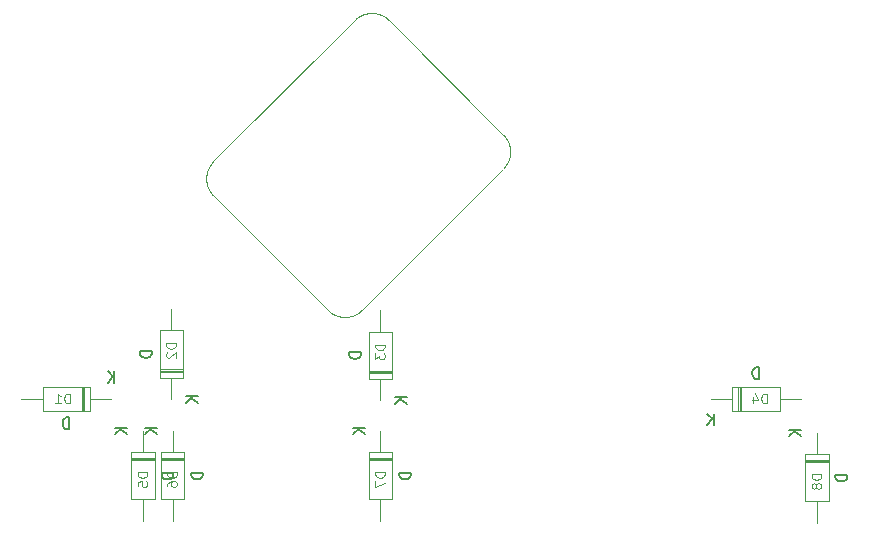
<source format=gbr>
G04 #@! TF.GenerationSoftware,KiCad,Pcbnew,8.0.5*
G04 #@! TF.CreationDate,2024-10-21T21:06:57-07:00*
G04 #@! TF.ProjectId,hackpad,6861636b-7061-4642-9e6b-696361645f70,rev?*
G04 #@! TF.SameCoordinates,Original*
G04 #@! TF.FileFunction,AssemblyDrawing,Bot*
%FSLAX46Y46*%
G04 Gerber Fmt 4.6, Leading zero omitted, Abs format (unit mm)*
G04 Created by KiCad (PCBNEW 8.0.5) date 2024-10-21 21:06:57*
%MOMM*%
%LPD*%
G01*
G04 APERTURE LIST*
%ADD10C,0.150000*%
%ADD11C,0.120000*%
%ADD12C,0.100000*%
%ADD13C,0.025400*%
G04 APERTURE END LIST*
D10*
X232524819Y-146428096D02*
X231524819Y-146428096D01*
X231524819Y-146428096D02*
X231524819Y-146666191D01*
X231524819Y-146666191D02*
X231572438Y-146809048D01*
X231572438Y-146809048D02*
X231667676Y-146904286D01*
X231667676Y-146904286D02*
X231762914Y-146951905D01*
X231762914Y-146951905D02*
X231953390Y-146999524D01*
X231953390Y-146999524D02*
X232096247Y-146999524D01*
X232096247Y-146999524D02*
X232286723Y-146951905D01*
X232286723Y-146951905D02*
X232381961Y-146904286D01*
X232381961Y-146904286D02*
X232477200Y-146809048D01*
X232477200Y-146809048D02*
X232524819Y-146666191D01*
X232524819Y-146666191D02*
X232524819Y-146428096D01*
X228604819Y-142618096D02*
X227604819Y-142618096D01*
X228604819Y-143189524D02*
X228033390Y-142760953D01*
X227604819Y-143189524D02*
X228176247Y-142618096D01*
D11*
X230313855Y-146399525D02*
X229513855Y-146399525D01*
X229513855Y-146399525D02*
X229513855Y-146590001D01*
X229513855Y-146590001D02*
X229551950Y-146704287D01*
X229551950Y-146704287D02*
X229628140Y-146780477D01*
X229628140Y-146780477D02*
X229704331Y-146818572D01*
X229704331Y-146818572D02*
X229856712Y-146856668D01*
X229856712Y-146856668D02*
X229970998Y-146856668D01*
X229970998Y-146856668D02*
X230123379Y-146818572D01*
X230123379Y-146818572D02*
X230199569Y-146780477D01*
X230199569Y-146780477D02*
X230275760Y-146704287D01*
X230275760Y-146704287D02*
X230313855Y-146590001D01*
X230313855Y-146590001D02*
X230313855Y-146399525D01*
X229513855Y-147123334D02*
X229513855Y-147656668D01*
X229513855Y-147656668D02*
X230313855Y-147313810D01*
D10*
X228284819Y-136228095D02*
X227284819Y-136228095D01*
X227284819Y-136228095D02*
X227284819Y-136466190D01*
X227284819Y-136466190D02*
X227332438Y-136609047D01*
X227332438Y-136609047D02*
X227427676Y-136704285D01*
X227427676Y-136704285D02*
X227522914Y-136751904D01*
X227522914Y-136751904D02*
X227713390Y-136799523D01*
X227713390Y-136799523D02*
X227856247Y-136799523D01*
X227856247Y-136799523D02*
X228046723Y-136751904D01*
X228046723Y-136751904D02*
X228141961Y-136704285D01*
X228141961Y-136704285D02*
X228237200Y-136609047D01*
X228237200Y-136609047D02*
X228284819Y-136466190D01*
X228284819Y-136466190D02*
X228284819Y-136228095D01*
D11*
X230313855Y-135599524D02*
X229513855Y-135599524D01*
X229513855Y-135599524D02*
X229513855Y-135790000D01*
X229513855Y-135790000D02*
X229551950Y-135904286D01*
X229551950Y-135904286D02*
X229628140Y-135980476D01*
X229628140Y-135980476D02*
X229704331Y-136018571D01*
X229704331Y-136018571D02*
X229856712Y-136056667D01*
X229856712Y-136056667D02*
X229970998Y-136056667D01*
X229970998Y-136056667D02*
X230123379Y-136018571D01*
X230123379Y-136018571D02*
X230199569Y-135980476D01*
X230199569Y-135980476D02*
X230275760Y-135904286D01*
X230275760Y-135904286D02*
X230313855Y-135790000D01*
X230313855Y-135790000D02*
X230313855Y-135599524D01*
X229513855Y-136323333D02*
X229513855Y-136818571D01*
X229513855Y-136818571D02*
X229818617Y-136551905D01*
X229818617Y-136551905D02*
X229818617Y-136666190D01*
X229818617Y-136666190D02*
X229856712Y-136742381D01*
X229856712Y-136742381D02*
X229894807Y-136780476D01*
X229894807Y-136780476D02*
X229970998Y-136818571D01*
X229970998Y-136818571D02*
X230161474Y-136818571D01*
X230161474Y-136818571D02*
X230237664Y-136780476D01*
X230237664Y-136780476D02*
X230275760Y-136742381D01*
X230275760Y-136742381D02*
X230313855Y-136666190D01*
X230313855Y-136666190D02*
X230313855Y-136437619D01*
X230313855Y-136437619D02*
X230275760Y-136361428D01*
X230275760Y-136361428D02*
X230237664Y-136323333D01*
D10*
X232204819Y-140038095D02*
X231204819Y-140038095D01*
X232204819Y-140609523D02*
X231633390Y-140180952D01*
X231204819Y-140609523D02*
X231776247Y-140038095D01*
X269474819Y-146598095D02*
X268474819Y-146598095D01*
X268474819Y-146598095D02*
X268474819Y-146836190D01*
X268474819Y-146836190D02*
X268522438Y-146979047D01*
X268522438Y-146979047D02*
X268617676Y-147074285D01*
X268617676Y-147074285D02*
X268712914Y-147121904D01*
X268712914Y-147121904D02*
X268903390Y-147169523D01*
X268903390Y-147169523D02*
X269046247Y-147169523D01*
X269046247Y-147169523D02*
X269236723Y-147121904D01*
X269236723Y-147121904D02*
X269331961Y-147074285D01*
X269331961Y-147074285D02*
X269427200Y-146979047D01*
X269427200Y-146979047D02*
X269474819Y-146836190D01*
X269474819Y-146836190D02*
X269474819Y-146598095D01*
D11*
X267263855Y-146569524D02*
X266463855Y-146569524D01*
X266463855Y-146569524D02*
X266463855Y-146760000D01*
X266463855Y-146760000D02*
X266501950Y-146874286D01*
X266501950Y-146874286D02*
X266578140Y-146950476D01*
X266578140Y-146950476D02*
X266654331Y-146988571D01*
X266654331Y-146988571D02*
X266806712Y-147026667D01*
X266806712Y-147026667D02*
X266920998Y-147026667D01*
X266920998Y-147026667D02*
X267073379Y-146988571D01*
X267073379Y-146988571D02*
X267149569Y-146950476D01*
X267149569Y-146950476D02*
X267225760Y-146874286D01*
X267225760Y-146874286D02*
X267263855Y-146760000D01*
X267263855Y-146760000D02*
X267263855Y-146569524D01*
X266806712Y-147483809D02*
X266768617Y-147407619D01*
X266768617Y-147407619D02*
X266730521Y-147369524D01*
X266730521Y-147369524D02*
X266654331Y-147331428D01*
X266654331Y-147331428D02*
X266616236Y-147331428D01*
X266616236Y-147331428D02*
X266540045Y-147369524D01*
X266540045Y-147369524D02*
X266501950Y-147407619D01*
X266501950Y-147407619D02*
X266463855Y-147483809D01*
X266463855Y-147483809D02*
X266463855Y-147636190D01*
X266463855Y-147636190D02*
X266501950Y-147712381D01*
X266501950Y-147712381D02*
X266540045Y-147750476D01*
X266540045Y-147750476D02*
X266616236Y-147788571D01*
X266616236Y-147788571D02*
X266654331Y-147788571D01*
X266654331Y-147788571D02*
X266730521Y-147750476D01*
X266730521Y-147750476D02*
X266768617Y-147712381D01*
X266768617Y-147712381D02*
X266806712Y-147636190D01*
X266806712Y-147636190D02*
X266806712Y-147483809D01*
X266806712Y-147483809D02*
X266844807Y-147407619D01*
X266844807Y-147407619D02*
X266882902Y-147369524D01*
X266882902Y-147369524D02*
X266959093Y-147331428D01*
X266959093Y-147331428D02*
X267111474Y-147331428D01*
X267111474Y-147331428D02*
X267187664Y-147369524D01*
X267187664Y-147369524D02*
X267225760Y-147407619D01*
X267225760Y-147407619D02*
X267263855Y-147483809D01*
X267263855Y-147483809D02*
X267263855Y-147636190D01*
X267263855Y-147636190D02*
X267225760Y-147712381D01*
X267225760Y-147712381D02*
X267187664Y-147750476D01*
X267187664Y-147750476D02*
X267111474Y-147788571D01*
X267111474Y-147788571D02*
X266959093Y-147788571D01*
X266959093Y-147788571D02*
X266882902Y-147750476D01*
X266882902Y-147750476D02*
X266844807Y-147712381D01*
X266844807Y-147712381D02*
X266806712Y-147636190D01*
D10*
X265554819Y-142788095D02*
X264554819Y-142788095D01*
X265554819Y-143359523D02*
X264983390Y-142930952D01*
X264554819Y-143359523D02*
X265126247Y-142788095D01*
X203611904Y-142764819D02*
X203611904Y-141764819D01*
X203611904Y-141764819D02*
X203373809Y-141764819D01*
X203373809Y-141764819D02*
X203230952Y-141812438D01*
X203230952Y-141812438D02*
X203135714Y-141907676D01*
X203135714Y-141907676D02*
X203088095Y-142002914D01*
X203088095Y-142002914D02*
X203040476Y-142193390D01*
X203040476Y-142193390D02*
X203040476Y-142336247D01*
X203040476Y-142336247D02*
X203088095Y-142526723D01*
X203088095Y-142526723D02*
X203135714Y-142621961D01*
X203135714Y-142621961D02*
X203230952Y-142717200D01*
X203230952Y-142717200D02*
X203373809Y-142764819D01*
X203373809Y-142764819D02*
X203611904Y-142764819D01*
X207421904Y-138844819D02*
X207421904Y-137844819D01*
X206850476Y-138844819D02*
X207279047Y-138273390D01*
X206850476Y-137844819D02*
X207421904Y-138416247D01*
D11*
X203640475Y-140553855D02*
X203640475Y-139753855D01*
X203640475Y-139753855D02*
X203449999Y-139753855D01*
X203449999Y-139753855D02*
X203335713Y-139791950D01*
X203335713Y-139791950D02*
X203259523Y-139868140D01*
X203259523Y-139868140D02*
X203221428Y-139944331D01*
X203221428Y-139944331D02*
X203183332Y-140096712D01*
X203183332Y-140096712D02*
X203183332Y-140210998D01*
X203183332Y-140210998D02*
X203221428Y-140363379D01*
X203221428Y-140363379D02*
X203259523Y-140439569D01*
X203259523Y-140439569D02*
X203335713Y-140515760D01*
X203335713Y-140515760D02*
X203449999Y-140553855D01*
X203449999Y-140553855D02*
X203640475Y-140553855D01*
X202421428Y-140553855D02*
X202878571Y-140553855D01*
X202649999Y-140553855D02*
X202649999Y-139753855D01*
X202649999Y-139753855D02*
X202726190Y-139868140D01*
X202726190Y-139868140D02*
X202802380Y-139944331D01*
X202802380Y-139944331D02*
X202878571Y-139982426D01*
D10*
X212424819Y-146428096D02*
X211424819Y-146428096D01*
X211424819Y-146428096D02*
X211424819Y-146666191D01*
X211424819Y-146666191D02*
X211472438Y-146809048D01*
X211472438Y-146809048D02*
X211567676Y-146904286D01*
X211567676Y-146904286D02*
X211662914Y-146951905D01*
X211662914Y-146951905D02*
X211853390Y-146999524D01*
X211853390Y-146999524D02*
X211996247Y-146999524D01*
X211996247Y-146999524D02*
X212186723Y-146951905D01*
X212186723Y-146951905D02*
X212281961Y-146904286D01*
X212281961Y-146904286D02*
X212377200Y-146809048D01*
X212377200Y-146809048D02*
X212424819Y-146666191D01*
X212424819Y-146666191D02*
X212424819Y-146428096D01*
D11*
X210213855Y-146399525D02*
X209413855Y-146399525D01*
X209413855Y-146399525D02*
X209413855Y-146590001D01*
X209413855Y-146590001D02*
X209451950Y-146704287D01*
X209451950Y-146704287D02*
X209528140Y-146780477D01*
X209528140Y-146780477D02*
X209604331Y-146818572D01*
X209604331Y-146818572D02*
X209756712Y-146856668D01*
X209756712Y-146856668D02*
X209870998Y-146856668D01*
X209870998Y-146856668D02*
X210023379Y-146818572D01*
X210023379Y-146818572D02*
X210099569Y-146780477D01*
X210099569Y-146780477D02*
X210175760Y-146704287D01*
X210175760Y-146704287D02*
X210213855Y-146590001D01*
X210213855Y-146590001D02*
X210213855Y-146399525D01*
X209413855Y-147580477D02*
X209413855Y-147199525D01*
X209413855Y-147199525D02*
X209794807Y-147161429D01*
X209794807Y-147161429D02*
X209756712Y-147199525D01*
X209756712Y-147199525D02*
X209718617Y-147275715D01*
X209718617Y-147275715D02*
X209718617Y-147466191D01*
X209718617Y-147466191D02*
X209756712Y-147542382D01*
X209756712Y-147542382D02*
X209794807Y-147580477D01*
X209794807Y-147580477D02*
X209870998Y-147618572D01*
X209870998Y-147618572D02*
X210061474Y-147618572D01*
X210061474Y-147618572D02*
X210137664Y-147580477D01*
X210137664Y-147580477D02*
X210175760Y-147542382D01*
X210175760Y-147542382D02*
X210213855Y-147466191D01*
X210213855Y-147466191D02*
X210213855Y-147275715D01*
X210213855Y-147275715D02*
X210175760Y-147199525D01*
X210175760Y-147199525D02*
X210137664Y-147161429D01*
D10*
X208504819Y-142618096D02*
X207504819Y-142618096D01*
X208504819Y-143189524D02*
X207933390Y-142760953D01*
X207504819Y-143189524D02*
X208076247Y-142618096D01*
X262011904Y-138524819D02*
X262011904Y-137524819D01*
X262011904Y-137524819D02*
X261773809Y-137524819D01*
X261773809Y-137524819D02*
X261630952Y-137572438D01*
X261630952Y-137572438D02*
X261535714Y-137667676D01*
X261535714Y-137667676D02*
X261488095Y-137762914D01*
X261488095Y-137762914D02*
X261440476Y-137953390D01*
X261440476Y-137953390D02*
X261440476Y-138096247D01*
X261440476Y-138096247D02*
X261488095Y-138286723D01*
X261488095Y-138286723D02*
X261535714Y-138381961D01*
X261535714Y-138381961D02*
X261630952Y-138477200D01*
X261630952Y-138477200D02*
X261773809Y-138524819D01*
X261773809Y-138524819D02*
X262011904Y-138524819D01*
D11*
X262640475Y-140553855D02*
X262640475Y-139753855D01*
X262640475Y-139753855D02*
X262449999Y-139753855D01*
X262449999Y-139753855D02*
X262335713Y-139791950D01*
X262335713Y-139791950D02*
X262259523Y-139868140D01*
X262259523Y-139868140D02*
X262221428Y-139944331D01*
X262221428Y-139944331D02*
X262183332Y-140096712D01*
X262183332Y-140096712D02*
X262183332Y-140210998D01*
X262183332Y-140210998D02*
X262221428Y-140363379D01*
X262221428Y-140363379D02*
X262259523Y-140439569D01*
X262259523Y-140439569D02*
X262335713Y-140515760D01*
X262335713Y-140515760D02*
X262449999Y-140553855D01*
X262449999Y-140553855D02*
X262640475Y-140553855D01*
X261497618Y-140020521D02*
X261497618Y-140553855D01*
X261688094Y-139715760D02*
X261878571Y-140287188D01*
X261878571Y-140287188D02*
X261383332Y-140287188D01*
D10*
X258201904Y-142444819D02*
X258201904Y-141444819D01*
X257630476Y-142444819D02*
X258059047Y-141873390D01*
X257630476Y-141444819D02*
X258201904Y-142016247D01*
X214924819Y-146438095D02*
X213924819Y-146438095D01*
X213924819Y-146438095D02*
X213924819Y-146676190D01*
X213924819Y-146676190D02*
X213972438Y-146819047D01*
X213972438Y-146819047D02*
X214067676Y-146914285D01*
X214067676Y-146914285D02*
X214162914Y-146961904D01*
X214162914Y-146961904D02*
X214353390Y-147009523D01*
X214353390Y-147009523D02*
X214496247Y-147009523D01*
X214496247Y-147009523D02*
X214686723Y-146961904D01*
X214686723Y-146961904D02*
X214781961Y-146914285D01*
X214781961Y-146914285D02*
X214877200Y-146819047D01*
X214877200Y-146819047D02*
X214924819Y-146676190D01*
X214924819Y-146676190D02*
X214924819Y-146438095D01*
D11*
X212713855Y-146409524D02*
X211913855Y-146409524D01*
X211913855Y-146409524D02*
X211913855Y-146600000D01*
X211913855Y-146600000D02*
X211951950Y-146714286D01*
X211951950Y-146714286D02*
X212028140Y-146790476D01*
X212028140Y-146790476D02*
X212104331Y-146828571D01*
X212104331Y-146828571D02*
X212256712Y-146866667D01*
X212256712Y-146866667D02*
X212370998Y-146866667D01*
X212370998Y-146866667D02*
X212523379Y-146828571D01*
X212523379Y-146828571D02*
X212599569Y-146790476D01*
X212599569Y-146790476D02*
X212675760Y-146714286D01*
X212675760Y-146714286D02*
X212713855Y-146600000D01*
X212713855Y-146600000D02*
X212713855Y-146409524D01*
X211913855Y-147552381D02*
X211913855Y-147400000D01*
X211913855Y-147400000D02*
X211951950Y-147323809D01*
X211951950Y-147323809D02*
X211990045Y-147285714D01*
X211990045Y-147285714D02*
X212104331Y-147209524D01*
X212104331Y-147209524D02*
X212256712Y-147171428D01*
X212256712Y-147171428D02*
X212561474Y-147171428D01*
X212561474Y-147171428D02*
X212637664Y-147209524D01*
X212637664Y-147209524D02*
X212675760Y-147247619D01*
X212675760Y-147247619D02*
X212713855Y-147323809D01*
X212713855Y-147323809D02*
X212713855Y-147476190D01*
X212713855Y-147476190D02*
X212675760Y-147552381D01*
X212675760Y-147552381D02*
X212637664Y-147590476D01*
X212637664Y-147590476D02*
X212561474Y-147628571D01*
X212561474Y-147628571D02*
X212370998Y-147628571D01*
X212370998Y-147628571D02*
X212294807Y-147590476D01*
X212294807Y-147590476D02*
X212256712Y-147552381D01*
X212256712Y-147552381D02*
X212218617Y-147476190D01*
X212218617Y-147476190D02*
X212218617Y-147323809D01*
X212218617Y-147323809D02*
X212256712Y-147247619D01*
X212256712Y-147247619D02*
X212294807Y-147209524D01*
X212294807Y-147209524D02*
X212370998Y-147171428D01*
D10*
X211004819Y-142628095D02*
X210004819Y-142628095D01*
X211004819Y-143199523D02*
X210433390Y-142770952D01*
X210004819Y-143199523D02*
X210576247Y-142628095D01*
X210584819Y-136128095D02*
X209584819Y-136128095D01*
X209584819Y-136128095D02*
X209584819Y-136366190D01*
X209584819Y-136366190D02*
X209632438Y-136509047D01*
X209632438Y-136509047D02*
X209727676Y-136604285D01*
X209727676Y-136604285D02*
X209822914Y-136651904D01*
X209822914Y-136651904D02*
X210013390Y-136699523D01*
X210013390Y-136699523D02*
X210156247Y-136699523D01*
X210156247Y-136699523D02*
X210346723Y-136651904D01*
X210346723Y-136651904D02*
X210441961Y-136604285D01*
X210441961Y-136604285D02*
X210537200Y-136509047D01*
X210537200Y-136509047D02*
X210584819Y-136366190D01*
X210584819Y-136366190D02*
X210584819Y-136128095D01*
X214504819Y-139938095D02*
X213504819Y-139938095D01*
X214504819Y-140509523D02*
X213933390Y-140080952D01*
X213504819Y-140509523D02*
X214076247Y-139938095D01*
D11*
X212613855Y-135499524D02*
X211813855Y-135499524D01*
X211813855Y-135499524D02*
X211813855Y-135690000D01*
X211813855Y-135690000D02*
X211851950Y-135804286D01*
X211851950Y-135804286D02*
X211928140Y-135880476D01*
X211928140Y-135880476D02*
X212004331Y-135918571D01*
X212004331Y-135918571D02*
X212156712Y-135956667D01*
X212156712Y-135956667D02*
X212270998Y-135956667D01*
X212270998Y-135956667D02*
X212423379Y-135918571D01*
X212423379Y-135918571D02*
X212499569Y-135880476D01*
X212499569Y-135880476D02*
X212575760Y-135804286D01*
X212575760Y-135804286D02*
X212613855Y-135690000D01*
X212613855Y-135690000D02*
X212613855Y-135499524D01*
X211890045Y-136261428D02*
X211851950Y-136299524D01*
X211851950Y-136299524D02*
X211813855Y-136375714D01*
X211813855Y-136375714D02*
X211813855Y-136566190D01*
X211813855Y-136566190D02*
X211851950Y-136642381D01*
X211851950Y-136642381D02*
X211890045Y-136680476D01*
X211890045Y-136680476D02*
X211966236Y-136718571D01*
X211966236Y-136718571D02*
X212042426Y-136718571D01*
X212042426Y-136718571D02*
X212156712Y-136680476D01*
X212156712Y-136680476D02*
X212613855Y-136223333D01*
X212613855Y-136223333D02*
X212613855Y-136718571D01*
D12*
G04 #@! TO.C,D7*
X228950000Y-144690001D02*
X228950000Y-148690001D01*
X228950000Y-148690001D02*
X230950000Y-148690001D01*
X229950000Y-144690001D02*
X229950000Y-142880001D01*
X229950000Y-148690001D02*
X229950000Y-150500001D01*
X230950000Y-144690001D02*
X228950000Y-144690001D01*
X230950000Y-145190001D02*
X228950000Y-145190001D01*
X230950000Y-145290001D02*
X228950000Y-145290001D01*
X230950000Y-145390001D02*
X228950000Y-145390001D01*
X230950000Y-148690001D02*
X230950000Y-144690001D01*
G04 #@! TO.C,D3*
X228950000Y-134490000D02*
X228950000Y-138490000D01*
X228950000Y-137790000D02*
X230950000Y-137790000D01*
X228950000Y-137890000D02*
X230950000Y-137890000D01*
X228950000Y-137990000D02*
X230950000Y-137990000D01*
X228950000Y-138490000D02*
X230950000Y-138490000D01*
X229950000Y-134490000D02*
X229950000Y-132680000D01*
X229950000Y-138490000D02*
X229950000Y-140300000D01*
X230950000Y-134490000D02*
X228950000Y-134490000D01*
X230950000Y-138490000D02*
X230950000Y-134490000D01*
G04 #@! TO.C,D8*
X265900000Y-144860000D02*
X265900000Y-148860000D01*
X265900000Y-148860000D02*
X267900000Y-148860000D01*
X266900000Y-144860000D02*
X266900000Y-143050000D01*
X266900000Y-148860000D02*
X266900000Y-150670000D01*
X267900000Y-144860000D02*
X265900000Y-144860000D01*
X267900000Y-145360000D02*
X265900000Y-145360000D01*
X267900000Y-145460000D02*
X265900000Y-145460000D01*
X267900000Y-145560000D02*
X265900000Y-145560000D01*
X267900000Y-148860000D02*
X267900000Y-144860000D01*
D13*
G04 #@! TO.C,U1*
X215197947Y-121552731D02*
X215199205Y-121601762D01*
X215197948Y-121503519D02*
X215197947Y-121552731D01*
X215199205Y-121454486D02*
X215197948Y-121503519D01*
X215199205Y-121601762D02*
X215201540Y-121650795D01*
X215201539Y-121405454D02*
X215199205Y-121454486D01*
X215201540Y-121650795D02*
X215204952Y-121699828D01*
X215204952Y-121356423D02*
X215201539Y-121405454D01*
X215204952Y-121699828D02*
X215209981Y-121748680D01*
X215209981Y-121307570D02*
X215204952Y-121356423D01*
X215209981Y-121748680D02*
X215215729Y-121797533D01*
X215215729Y-121258718D02*
X215209981Y-121307570D01*
X215215729Y-121797533D02*
X215222913Y-121846025D01*
X215222913Y-121210223D02*
X215215729Y-121258718D01*
X215222913Y-121846025D02*
X215230996Y-121894340D01*
X215230994Y-121161910D02*
X215222913Y-121210223D01*
X215230996Y-121894340D02*
X215240514Y-121942653D01*
X215240514Y-121113595D02*
X215230994Y-121161910D01*
X215240514Y-121942653D02*
X215251112Y-121990608D01*
X215251110Y-121065641D02*
X215240514Y-121113595D01*
X215251112Y-121990608D02*
X215262785Y-122038203D01*
X215262785Y-121018045D02*
X215251110Y-121065641D01*
X215262785Y-122038203D02*
X215275717Y-122085618D01*
X215275717Y-120970630D02*
X215262785Y-121018045D01*
X215275717Y-122085618D02*
X215289726Y-122132675D01*
X215289726Y-120923573D02*
X215275717Y-120970630D01*
X215289726Y-122132675D02*
X215304992Y-122179193D01*
X215304992Y-122179193D02*
X215321336Y-122225712D01*
X215304993Y-120877056D02*
X215289726Y-120923573D01*
X215321336Y-120830539D02*
X215304993Y-120877056D01*
X215321336Y-122225712D02*
X215338759Y-122271510D01*
X215338757Y-120784739D02*
X215321336Y-120830539D01*
X215338759Y-122271510D02*
X215357257Y-122316951D01*
X215357257Y-120739300D02*
X215338757Y-120784739D01*
X215357257Y-122316951D02*
X215376835Y-122362031D01*
X215376834Y-120694218D02*
X215357257Y-120739300D01*
X215376835Y-122362031D02*
X215397669Y-122406573D01*
X215397668Y-120649676D02*
X215376834Y-120694218D01*
X215397669Y-122406573D02*
X215419401Y-122450576D01*
X215419401Y-120605672D02*
X215397668Y-120649676D01*
X215419401Y-122450576D02*
X215442031Y-122494040D01*
X215442031Y-120562208D02*
X215419401Y-120605672D01*
X215442031Y-122494040D02*
X215465918Y-122536967D01*
X215465918Y-122536967D02*
X215490705Y-122579353D01*
X215465919Y-120519283D02*
X215442031Y-120562208D01*
X215490703Y-120476896D02*
X215465919Y-120519283D01*
X215490705Y-122579353D02*
X215516747Y-122621201D01*
X215516747Y-120435047D02*
X215490703Y-120476896D01*
X215516747Y-122621201D02*
X215543688Y-122662152D01*
X215543688Y-120394099D02*
X215516747Y-120435047D01*
X215543688Y-122662152D02*
X215571527Y-122702563D01*
X215571526Y-120353687D02*
X215543688Y-120394099D01*
X215571527Y-122702563D02*
X215600443Y-122742255D01*
X215600443Y-120313993D02*
X215571526Y-120353687D01*
X215600443Y-122742255D02*
X215630257Y-122781409D01*
X215630257Y-120274839D02*
X215600443Y-120313993D01*
X215630257Y-122781409D02*
X215660969Y-122819665D01*
X215660969Y-122819665D02*
X215692760Y-122857203D01*
X215660970Y-120236584D02*
X215630257Y-120274839D01*
X215692760Y-120199047D02*
X215660970Y-120236584D01*
X215692760Y-122857203D02*
X215725089Y-122893843D01*
X215725089Y-120162408D02*
X215692760Y-120199047D01*
X215725089Y-122893843D02*
X215758676Y-122929943D01*
X215758674Y-120126307D02*
X215725089Y-120162408D01*
X215758676Y-122929943D02*
X215792979Y-122964965D01*
X215792979Y-120091283D02*
X215758674Y-120126307D01*
X215792979Y-122964965D02*
X225491656Y-132663642D01*
X225491656Y-132663642D02*
X225526680Y-132697947D01*
X225526680Y-132697947D02*
X225562780Y-132731534D01*
X225562780Y-132731534D02*
X225599419Y-132763863D01*
X225599419Y-132763863D02*
X225636956Y-132795652D01*
X225636956Y-132795652D02*
X225675212Y-132826364D01*
X225675212Y-132826364D02*
X225714366Y-132856178D01*
X225714366Y-132856178D02*
X225754060Y-132885095D01*
X225754060Y-132885095D02*
X225794470Y-132912935D01*
X225794470Y-132912935D02*
X225835420Y-132939874D01*
X225835420Y-132939874D02*
X225877269Y-132965918D01*
X225877269Y-132965918D02*
X225919654Y-132990703D01*
X225919654Y-132990703D02*
X225962581Y-133014590D01*
X225962581Y-133014590D02*
X226006045Y-133037220D01*
X226006045Y-133037220D02*
X226050049Y-133058953D01*
X226050049Y-133058953D02*
X226094591Y-133079787D01*
X226094591Y-133079787D02*
X226139671Y-133099365D01*
X226139671Y-133099365D02*
X226185112Y-133117864D01*
X226185112Y-133117864D02*
X226230911Y-133135286D01*
X226230911Y-133135286D02*
X226277428Y-133151629D01*
X226277428Y-133151629D02*
X226323946Y-133166895D01*
X226323946Y-133166895D02*
X226371003Y-133180904D01*
X226371003Y-133180904D02*
X226418418Y-133193836D01*
X226418418Y-133193836D02*
X226466015Y-133205511D01*
X226466015Y-133205511D02*
X226513968Y-133216107D01*
X226513968Y-133216107D02*
X226562283Y-133225627D01*
X226562283Y-133225627D02*
X226610596Y-133233708D01*
X226610596Y-133233708D02*
X226659089Y-133240894D01*
X226659089Y-133240894D02*
X226707942Y-133246641D01*
X226707942Y-133246641D02*
X226756795Y-133251670D01*
X226756795Y-133251670D02*
X226805827Y-133255082D01*
X226805827Y-133255082D02*
X226854859Y-133257416D01*
X226854859Y-133257416D02*
X226903890Y-133258674D01*
X226903890Y-133258674D02*
X226953104Y-133258674D01*
X226953104Y-133258674D02*
X227002135Y-133257416D01*
X227002135Y-133257416D02*
X227051167Y-133255082D01*
X227051167Y-133255082D02*
X227100200Y-133251670D01*
X227100200Y-133251670D02*
X227149052Y-133246641D01*
X227149052Y-133246641D02*
X227197905Y-133240894D01*
X227197905Y-133240894D02*
X227246398Y-133233708D01*
X227246398Y-133233708D02*
X227294711Y-133225627D01*
X227294711Y-133225627D02*
X227343026Y-133216107D01*
X227343026Y-133216107D02*
X227390980Y-133205511D01*
X227390980Y-133205511D02*
X227438576Y-133193836D01*
X227438576Y-133193836D02*
X227485991Y-133180904D01*
X227485991Y-133180904D02*
X227533048Y-133166895D01*
X227533048Y-133166895D02*
X227579566Y-133151629D01*
X227579566Y-133151629D02*
X227626083Y-133135286D01*
X227626083Y-133135286D02*
X227671882Y-133117864D01*
X227671882Y-133117864D02*
X227717323Y-133099365D01*
X227717323Y-133099365D02*
X227762403Y-133079787D01*
X227761438Y-108108682D02*
X215785908Y-120084212D01*
X227762403Y-133079787D02*
X227806945Y-133058953D01*
X227803533Y-108081448D02*
X227768509Y-108115753D01*
X227806945Y-133058953D02*
X227850949Y-133037220D01*
X227839635Y-108047862D02*
X227803533Y-108081448D01*
X227850949Y-133037220D02*
X227894413Y-133014590D01*
X227876274Y-108015533D02*
X227839635Y-108047862D01*
X227894413Y-133014590D02*
X227937340Y-132990703D01*
X227913811Y-107983744D02*
X227876274Y-108015533D01*
X227937340Y-132990703D02*
X227979725Y-132965918D01*
X227952066Y-107953031D02*
X227913811Y-107983744D01*
X227979725Y-132965918D02*
X228021574Y-132939874D01*
X227991220Y-107923216D02*
X227952066Y-107953031D01*
X228021574Y-132939874D02*
X228062524Y-132912935D01*
X228030913Y-107894299D02*
X227991220Y-107923216D01*
X228062524Y-132912935D02*
X228102934Y-132885095D01*
X228071325Y-107866461D02*
X228030913Y-107894299D01*
X228102934Y-132885095D02*
X228142628Y-132856178D01*
X228112274Y-107839520D02*
X228071325Y-107866461D01*
X228142628Y-132856178D02*
X228181782Y-132826364D01*
X228154122Y-107813477D02*
X228112274Y-107839520D01*
X228181782Y-132826364D02*
X228220038Y-132795652D01*
X228196509Y-107788693D02*
X228154122Y-107813477D01*
X228220038Y-132795652D02*
X228257575Y-132763863D01*
X228239434Y-107764805D02*
X228196509Y-107788693D01*
X228257575Y-132763863D02*
X228294214Y-132731534D01*
X228282899Y-107742174D02*
X228239434Y-107764805D01*
X228294214Y-132731534D02*
X228330314Y-132697947D01*
X228326903Y-107720441D02*
X228282899Y-107742174D01*
X228330314Y-132697947D02*
X228365338Y-132663642D01*
X228371445Y-107699607D02*
X228326903Y-107720441D01*
X228372409Y-132670713D02*
X240347939Y-120695183D01*
X228416526Y-107680031D02*
X228371445Y-107699607D01*
X228461966Y-107661531D02*
X228416526Y-107680031D01*
X228507766Y-107644110D02*
X228461966Y-107661531D01*
X228554283Y-107627767D02*
X228507766Y-107644110D01*
X228600800Y-107612499D02*
X228554283Y-107627767D01*
X228647856Y-107598490D02*
X228600800Y-107612499D01*
X228695272Y-107585559D02*
X228647856Y-107598490D01*
X228742868Y-107573884D02*
X228695272Y-107585559D01*
X228790822Y-107563288D02*
X228742868Y-107573884D01*
X228839136Y-107553768D02*
X228790822Y-107563288D01*
X228887449Y-107545686D02*
X228839136Y-107553768D01*
X228935944Y-107538502D02*
X228887449Y-107545686D01*
X228984797Y-107532755D02*
X228935944Y-107538502D01*
X229033649Y-107527726D02*
X228984797Y-107532755D01*
X229082681Y-107524313D02*
X229033649Y-107527726D01*
X229131712Y-107521978D02*
X229082681Y-107524313D01*
X229180745Y-107520722D02*
X229131712Y-107521978D01*
X229229957Y-107520720D02*
X229180745Y-107520722D01*
X229278989Y-107521978D02*
X229229957Y-107520720D01*
X229328021Y-107524314D02*
X229278989Y-107521978D01*
X229377054Y-107527726D02*
X229328021Y-107524314D01*
X229425907Y-107532755D02*
X229377054Y-107527726D01*
X229474760Y-107538502D02*
X229425907Y-107532755D01*
X229523252Y-107545686D02*
X229474760Y-107538502D01*
X229571566Y-107553769D02*
X229523252Y-107545686D01*
X229619879Y-107563288D02*
X229571566Y-107553769D01*
X229667834Y-107573885D02*
X229619879Y-107563288D01*
X229715429Y-107585559D02*
X229667834Y-107573885D01*
X229762845Y-107598490D02*
X229715429Y-107585559D01*
X229809901Y-107612499D02*
X229762845Y-107598490D01*
X229856420Y-107627765D02*
X229809901Y-107612499D01*
X229902938Y-107644110D02*
X229856420Y-107627765D01*
X229948737Y-107661532D02*
X229902938Y-107644110D01*
X229994178Y-107680031D02*
X229948737Y-107661532D01*
X230039258Y-107699609D02*
X229994178Y-107680031D01*
X230083800Y-107720443D02*
X230039258Y-107699609D01*
X230127802Y-107742174D02*
X230083800Y-107720443D01*
X230171267Y-107764805D02*
X230127802Y-107742174D01*
X230214193Y-107788691D02*
X230171267Y-107764805D01*
X230256580Y-107813478D02*
X230214193Y-107788691D01*
X230298427Y-107839520D02*
X230256580Y-107813478D01*
X230339379Y-107866461D02*
X230298427Y-107839520D01*
X230379789Y-107894301D02*
X230339379Y-107866461D01*
X230419481Y-107923216D02*
X230379789Y-107894301D01*
X230458635Y-107953031D02*
X230419481Y-107923216D01*
X230496892Y-107983742D02*
X230458635Y-107953031D01*
X230534430Y-108015533D02*
X230496892Y-107983742D01*
X230571069Y-108047862D02*
X230534430Y-108015533D01*
X230607169Y-108081449D02*
X230571069Y-108047862D01*
X230642191Y-108115753D02*
X230607169Y-108081449D01*
X240340868Y-117814430D02*
X230642191Y-108115753D01*
X240375173Y-117849453D02*
X240340868Y-117814430D01*
X240375173Y-120653088D02*
X240408760Y-120616988D01*
X240408760Y-117885553D02*
X240375173Y-117849453D01*
X240408760Y-120616988D02*
X240441089Y-120580348D01*
X240441089Y-117922193D02*
X240408760Y-117885553D01*
X240441089Y-120580348D02*
X240472879Y-120542812D01*
X240472879Y-117959729D02*
X240441089Y-117922193D01*
X240472879Y-120542812D02*
X240503590Y-120504555D01*
X240503590Y-117997986D02*
X240472879Y-117959729D01*
X240503590Y-120504555D02*
X240533405Y-120465401D01*
X240533405Y-118037140D02*
X240503590Y-117997986D01*
X240533405Y-120465401D02*
X240562322Y-120425708D01*
X240562322Y-118076833D02*
X240533405Y-118037140D01*
X240562322Y-120425708D02*
X240590161Y-120385297D01*
X240590161Y-118117244D02*
X240562322Y-118076833D01*
X240590161Y-120385297D02*
X240617101Y-120344347D01*
X240617101Y-118158194D02*
X240590161Y-118117244D01*
X240617101Y-120344347D02*
X240643144Y-120302499D01*
X240643144Y-118200042D02*
X240617101Y-118158194D01*
X240643144Y-120302499D02*
X240667930Y-120260113D01*
X240667930Y-118242428D02*
X240643144Y-118200042D01*
X240667930Y-120260113D02*
X240691816Y-120217187D01*
X240691816Y-118285354D02*
X240667930Y-118242428D01*
X240691816Y-120217187D02*
X240714447Y-120173722D01*
X240714447Y-118328819D02*
X240691816Y-118285354D01*
X240714447Y-120173722D02*
X240736180Y-120129718D01*
X240736180Y-118372823D02*
X240714447Y-118328819D01*
X240736180Y-120129718D02*
X240757014Y-120085176D01*
X240757014Y-118417365D02*
X240736180Y-118372823D01*
X240757014Y-120085176D02*
X240776592Y-120040096D01*
X240776592Y-118462445D02*
X240757014Y-118417365D01*
X240776592Y-120040096D02*
X240795090Y-119994655D01*
X240795090Y-118507886D02*
X240776592Y-118462445D01*
X240795090Y-119994655D02*
X240812513Y-119948857D01*
X240812513Y-118553684D02*
X240795090Y-118507886D01*
X240812513Y-119948857D02*
X240828856Y-119902340D01*
X240828856Y-118600201D02*
X240812513Y-118553684D01*
X240828856Y-119902340D02*
X240844122Y-119855821D01*
X240844122Y-118646720D02*
X240828856Y-118600201D01*
X240844122Y-119855821D02*
X240858131Y-119808765D01*
X240858131Y-118693776D02*
X240844122Y-118646720D01*
X240858131Y-119808765D02*
X240871062Y-119761349D01*
X240871062Y-118741192D02*
X240858131Y-118693776D01*
X240871062Y-119761349D02*
X240882737Y-119713753D01*
X240882737Y-118788788D02*
X240871062Y-118741192D01*
X240882737Y-119713753D02*
X240893333Y-119665799D01*
X240893333Y-118836742D02*
X240882737Y-118788788D01*
X240893333Y-119665799D02*
X240902853Y-119617485D01*
X240902853Y-118885056D02*
X240893333Y-118836742D01*
X240902853Y-119617485D02*
X240910935Y-119569172D01*
X240910935Y-118933369D02*
X240902853Y-118885056D01*
X240910935Y-119569172D02*
X240918120Y-119520678D01*
X240918120Y-118981863D02*
X240910935Y-118933369D01*
X240918120Y-119520678D02*
X240923868Y-119471826D01*
X240923868Y-119030715D02*
X240918120Y-118981863D01*
X240923868Y-119471826D02*
X240928897Y-119422973D01*
X240928897Y-119079568D02*
X240923868Y-119030715D01*
X240928897Y-119422973D02*
X240932308Y-119373940D01*
X240932308Y-119128601D02*
X240928897Y-119079568D01*
X240932308Y-119373940D02*
X240934643Y-119324909D01*
X240934643Y-119177632D02*
X240932308Y-119128601D01*
X240934643Y-119324909D02*
X240935901Y-119275877D01*
X240935901Y-119226664D02*
X240934643Y-119177632D01*
X240935901Y-119275877D02*
X240935901Y-119226664D01*
D12*
G04 #@! TO.C,D1*
X201350000Y-139190000D02*
X201350000Y-141190000D01*
X201350000Y-140190000D02*
X199540000Y-140190000D01*
X201350000Y-141190000D02*
X205350000Y-141190000D01*
X204650000Y-141190000D02*
X204650000Y-139190000D01*
X204750000Y-141190000D02*
X204750000Y-139190000D01*
X204850000Y-141190000D02*
X204850000Y-139190000D01*
X205350000Y-139190000D02*
X201350000Y-139190000D01*
X205350000Y-140190000D02*
X207160000Y-140190000D01*
X205350000Y-141190000D02*
X205350000Y-139190000D01*
G04 #@! TO.C,D5*
X208850000Y-144690001D02*
X208850000Y-148690001D01*
X208850000Y-148690001D02*
X210850000Y-148690001D01*
X209850000Y-144690001D02*
X209850000Y-142880001D01*
X209850000Y-148690001D02*
X209850000Y-150500001D01*
X210850000Y-144690001D02*
X208850000Y-144690001D01*
X210850000Y-145190001D02*
X208850000Y-145190001D01*
X210850000Y-145290001D02*
X208850000Y-145290001D01*
X210850000Y-145390001D02*
X208850000Y-145390001D01*
X210850000Y-148690001D02*
X210850000Y-144690001D01*
G04 #@! TO.C,D4*
X259750000Y-139190000D02*
X259750000Y-141190000D01*
X259750000Y-140190000D02*
X257940000Y-140190000D01*
X259750000Y-141190000D02*
X263750000Y-141190000D01*
X260250000Y-139190000D02*
X260250000Y-141190000D01*
X260350000Y-139190000D02*
X260350000Y-141190000D01*
X260450000Y-139190000D02*
X260450000Y-141190000D01*
X263750000Y-139190000D02*
X259750000Y-139190000D01*
X263750000Y-140190000D02*
X265560000Y-140190000D01*
X263750000Y-141190000D02*
X263750000Y-139190000D01*
G04 #@! TO.C,D6*
X211350000Y-144700000D02*
X211350000Y-148700000D01*
X211350000Y-148700000D02*
X213350000Y-148700000D01*
X212350000Y-144700000D02*
X212350000Y-142890000D01*
X212350000Y-148700000D02*
X212350000Y-150510000D01*
X213350000Y-144700000D02*
X211350000Y-144700000D01*
X213350000Y-145200000D02*
X211350000Y-145200000D01*
X213350000Y-145300000D02*
X211350000Y-145300000D01*
X213350000Y-145400000D02*
X211350000Y-145400000D01*
X213350000Y-148700000D02*
X213350000Y-144700000D01*
G04 #@! TO.C,D2*
X211250000Y-134390000D02*
X211250000Y-138390000D01*
X211250000Y-137690000D02*
X213250000Y-137690000D01*
X211250000Y-137790000D02*
X213250000Y-137790000D01*
X211250000Y-137890000D02*
X213250000Y-137890000D01*
X211250000Y-138390000D02*
X213250000Y-138390000D01*
X212250000Y-134390000D02*
X212250000Y-132580000D01*
X212250000Y-138390000D02*
X212250000Y-140200000D01*
X213250000Y-134390000D02*
X211250000Y-134390000D01*
X213250000Y-138390000D02*
X213250000Y-134390000D01*
G04 #@! TD*
M02*

</source>
